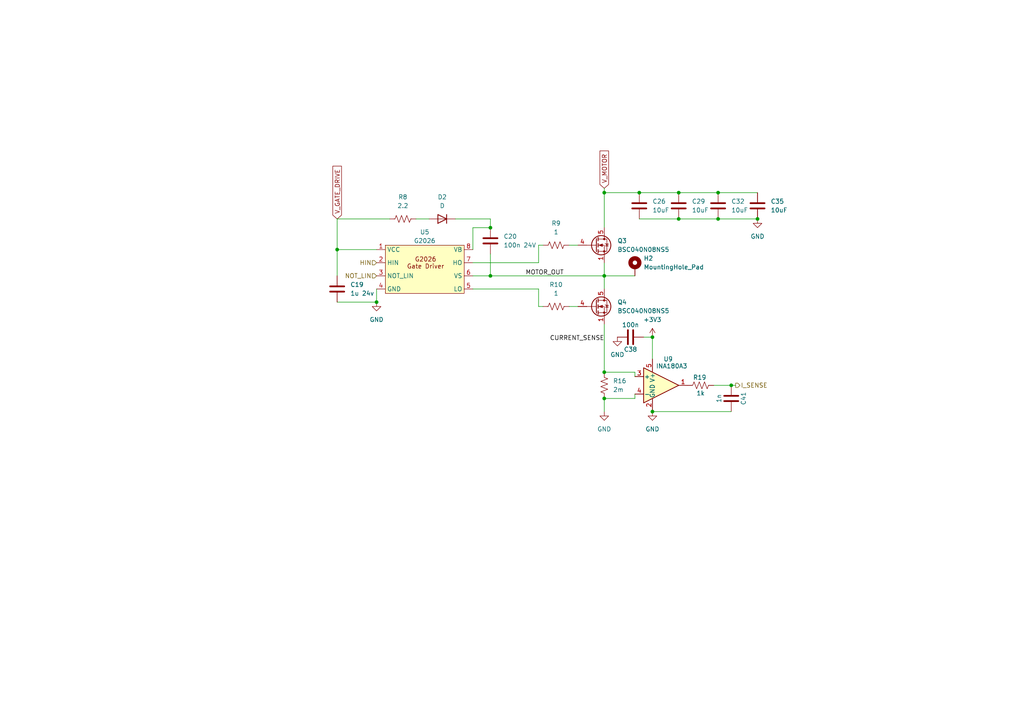
<source format=kicad_sch>
(kicad_sch (version 20250114) (generator "eeschema") (generator_version "9.0")
  (paper "A4")
  (lib_symbols
    (symbol "Amplifier_Current:INA180A3" (pin_names (offset 0.127))
      (property "Reference" "U" (at 3.81 3.81 0))
      (property "Value" "INA180A3" (at 3.81 -2.54 0))
      (symbol "INA180A3_0_1"
        (polyline (pts (xy 5.08 0) (xy -5.08 5.08) (xy -5.08 -5.08) (xy 5.08 0)) (stroke (width 0.254)) (fill (type background)))
      )
      (symbol "INA180A3_1_1"
        (pin input line (at -7.62 2.54 0) (length 2.54) (name "+") (number "3"))
        (pin input line (at -7.62 -2.54 0) (length 2.54) (name "-") (number "4"))
        (pin power_in line (at -2.54 7.62 270) (length 3.81) (name "V+") (number "5"))
        (pin power_in line (at -2.54 -7.62 90) (length 3.81) (name "GND") (number "2"))
        (pin output line (at 7.62 0 180) (length 2.54) (name "~") (number "1"))
      )
    )
    (symbol "Custom:G2026"
      (property "Reference" "U" (at -0.254 3.556 0))
      (symbol "G2026_1_1"
        (rectangle (start -11.43 5.08) (end 11.43 -8.89) (fill (type background)))
        (text "G2026\nGate Driver" (at 0.254 0 0) (effects (font (size 1.27 1.27))))
        (pin input line (at -13.97 3.81 0) (length 2.54) (name "VCC") (number "1"))
        (pin input line (at -13.97 0 0) (length 2.54) (name "HIN") (number "2"))
        (pin input line (at -13.97 -3.81 0) (length 2.54) (name "NOT_LIN") (number "3"))
        (pin input line (at -13.97 -7.62 0) (length 2.54) (name "GND") (number "4"))
        (pin input line (at 13.97 3.81 180) (length 2.54) (name "VB") (number "8"))
        (pin output line (at 13.97 0 180) (length 2.54) (name "HO") (number "7"))
        (pin input line (at 13.97 -3.81 180) (length 2.54) (name "VS") (number "6"))
        (pin output line (at 13.97 -7.62 180) (length 2.54) (name "LO") (number "5"))
      )
    )
    (symbol "Device:C" (pin_numbers (hide yes)) (pin_names (offset 0.254))
      (property "Reference" "C" (at 0.635 2.54 0))
      (property "Value" "C" (at 0.635 -2.54 0))
      (symbol "C_0_1"
        (polyline (pts (xy -2.032 0.762) (xy 2.032 0.762)) (stroke (width 0.508)))
        (polyline (pts (xy -2.032 -0.762) (xy 2.032 -0.762)) (stroke (width 0.508)))
      )
      (symbol "C_1_1"
        (pin passive line (at 0 3.81 270) (length 2.794) (name "~") (number "1"))
        (pin passive line (at 0 -3.81 90) (length 2.794) (name "~") (number "2"))
      )
    )
    (symbol "Device:D" (pin_numbers (hide yes)) (pin_names (offset 1.016) (hide yes))
      (property "Reference" "D" (at 0 2.54 0))
      (property "Value" "D" (at 0 -2.54 0))
      (symbol "D_0_1"
        (polyline (pts (xy -1.27 1.27) (xy -1.27 -1.27)) (stroke (width 0.254)))
        (polyline (pts (xy 1.27 1.27) (xy 1.27 -1.27) (xy -1.27 0) (xy 1.27 1.27)) (stroke (width 0.254)))
        (polyline (pts (xy 1.27 0) (xy -1.27 0)))
      )
      (symbol "D_1_1"
        (pin passive line (at -3.81 0 0) (length 2.54) (name "K") (number "1"))
        (pin passive line (at 3.81 0 180) (length 2.54) (name "A") (number "2"))
      )
    )
    (symbol "Device:R_US" (pin_numbers (hide yes)) (pin_names (offset 0))
      (property "Reference" "R" (at 2.54 0 90))
      (property "Value" "R_US" (at -2.54 0 90))
      (symbol "R_US_0_1"
        (polyline (pts (xy 0 2.286) (xy 0 2.54)))
        (polyline (pts (xy 0 2.286) (xy 1.016 1.905) (xy 0 1.524) (xy -1.016 1.143) (xy 0 0.762)))
        (polyline (pts (xy 0 0.762) (xy 1.016 0.381) (xy 0 0) (xy -1.016 -0.381) (xy 0 -0.762)))
        (polyline (pts (xy 0 -0.762) (xy 1.016 -1.143) (xy 0 -1.524) (xy -1.016 -1.905) (xy 0 -2.286)))
        (polyline (pts (xy 0 -2.286) (xy 0 -2.54)))
      )
      (symbol "R_US_1_1"
        (pin passive line (at 0 3.81 270) (length 1.27) (name "~") (number "1"))
        (pin passive line (at 0 -3.81 90) (length 1.27) (name "~") (number "2"))
      )
    )
    (symbol "Mechanical:MountingHole_Pad" (pin_numbers (hide yes)) (pin_names (offset 1.016) (hide yes)) (in_bom no)
      (property "Reference" "H" (at 0 6.35 0))
      (property "Value" "MountingHole_Pad" (at 0 4.445 0))
      (symbol "MountingHole_Pad_0_1"
        (circle (center 0 1.27) (radius 1.27) (stroke (width 1.27)))
      )
      (symbol "MountingHole_Pad_1_1"
        (pin input line (at 0 -2.54 90) (length 2.54) (name "1") (number "1"))
      )
    )
    (symbol "Transistor_FET:BSC040N08NS5" (pin_names (hide yes))
      (property "Reference" "Q" (at 5.08 1.905 0))
      (property "Value" "BSC040N08NS5" (at 5.08 0 0))
      (symbol "BSC040N08NS5_0_1"
        (polyline (pts (xy 0.254 1.905) (xy 0.254 -1.905)) (stroke (width 0.254)))
        (polyline (pts (xy 0.254 0) (xy -2.54 0)))
        (polyline (pts (xy 0.762 2.286) (xy 0.762 1.27)) (stroke (width 0.254)))
        (polyline (pts (xy 0.762 0.508) (xy 0.762 -0.508)) (stroke (width 0.254)))
        (polyline (pts (xy 0.762 -1.27) (xy 0.762 -2.286)) (stroke (width 0.254)))
        (polyline (pts (xy 0.762 -1.778) (xy 3.302 -1.778) (xy 3.302 1.778) (xy 0.762 1.778)))
        (polyline (pts (xy 1.016 0) (xy 2.032 0.381) (xy 2.032 -0.381) (xy 1.016 0)) (fill (type outline)))
        (circle (center 1.651 0) (radius 2.794) (stroke (width 0.254)))
        (polyline (pts (xy 2.54 2.54) (xy 2.54 1.778)))
        (circle (center 2.54 1.778) (radius 0.254) (fill (type outline)))
        (circle (center 2.54 -1.778) (radius 0.254) (fill (type outline)))
        (polyline (pts (xy 2.54 -2.54) (xy 2.54 0) (xy 0.762 0)))
        (polyline (pts (xy 2.794 0.508) (xy 2.921 0.381) (xy 3.683 0.381) (xy 3.81 0.254)))
        (polyline (pts (xy 3.302 0.381) (xy 2.921 -0.254) (xy 3.683 -0.254) (xy 3.302 0.381)))
      )
      (symbol "BSC040N08NS5_1_1"
        (pin passive line (at -5.08 0 0) (length 2.54) (name "G") (number "4"))
        (pin passive line (at 2.54 5.08 270) (length 2.54) (name "D") (number "5"))
        (pin passive line (at 2.54 -5.08 90) (length 2.54) (name "S") (number "1"))
        (pin passive line (at 2.54 -5.08 90) (length 2.54) (hide yes) (name "S") (number "2"))
        (pin passive line (at 2.54 -5.08 90) (length 2.54) (hide yes) (name "S") (number "3"))
      )
    )
    (symbol "power:+3V3" (power) (pin_numbers (hide yes)) (pin_names (offset 0) (hide yes))
      (property "Value" "+3V3" (at 0 3.556 0))
      (symbol "+3V3_0_1"
        (polyline (pts (xy -0.762 1.27) (xy 0 2.54)))
        (polyline (pts (xy 0 2.54) (xy 0.762 1.27)))
        (polyline (pts (xy 0 0) (xy 0 2.54)))
      )
      (symbol "+3V3_1_1"
        (pin power_in line (at 0 0 90) (length 0) (name "~") (number "1"))
      )
    )
    (symbol "power:GND" (power) (pin_numbers (hide yes)) (pin_names (offset 0) (hide yes))
      (property "Value" "GND" (at 0 -3.81 0))
      (symbol "GND_0_1"
        (polyline (pts (xy 0 0) (xy 0 -1.27) (xy 1.27 -1.27) (xy 0 -2.54) (xy -1.27 -1.27) (xy 0 -1.27)))
      )
      (symbol "GND_1_1"
        (pin power_in line (at 0 0 270) (length 0) (name "~") (number "1"))
      )
    )
  )
  (junction (at 219.71 63.5))
  (junction (at 208.28 55.88))
  (junction (at 97.79 72.39))
  (junction (at 109.22 87.63))
  (junction (at 175.26 107.95))
  (junction (at 196.85 55.88))
  (junction (at 185.42 55.88))
  (junction (at 175.26 55.88))
  (junction (at 142.24 80.01))
  (junction (at 142.24 66.04))
  (junction (at 175.26 80.01))
  (junction (at 212.09 111.76))
  (junction (at 175.26 115.57))
  (junction (at 208.28 63.5))
  (junction (at 189.23 119.38))
  (junction (at 189.23 97.79))
  (junction (at 196.85 63.5))
  (wire (pts (xy 184.15 107.95) (xy 184.15 109.22)))
  (wire (pts (xy 142.24 73.66) (xy 142.24 80.01)))
  (wire (pts (xy 175.26 55.88) (xy 185.42 55.88)))
  (wire (pts (xy 196.85 63.5) (xy 208.28 63.5)))
  (wire (pts (xy 185.42 55.88) (xy 196.85 55.88)))
  (wire (pts (xy 175.26 55.88) (xy 175.26 66.04)))
  (wire (pts (xy 142.24 80.01) (xy 175.26 80.01)))
  (wire (pts (xy 175.26 115.57) (xy 184.15 115.57)))
  (wire (pts (xy 137.16 80.01) (xy 142.24 80.01)))
  (wire (pts (xy 137.16 72.39) (xy 137.16 66.04)))
  (wire (pts (xy 97.79 87.63) (xy 109.22 87.63)))
  (wire (pts (xy 97.79 72.39) (xy 97.79 80.01)))
  (wire (pts (xy 189.23 97.79) (xy 189.23 104.14)))
  (wire (pts (xy 175.26 76.2) (xy 175.26 80.01)))
  (wire (pts (xy 207.01 111.76) (xy 212.09 111.76)))
  (wire (pts (xy 175.26 54.61) (xy 175.26 55.88)))
  (wire (pts (xy 156.21 88.9) (xy 157.48 88.9)))
  (wire (pts (xy 175.26 80.01) (xy 184.15 80.01)))
  (wire (pts (xy 175.26 107.95) (xy 184.15 107.95)))
  (wire (pts (xy 175.26 83.82) (xy 175.26 80.01)))
  (wire (pts (xy 109.22 83.82) (xy 109.22 87.63)))
  (wire (pts (xy 208.28 63.5) (xy 219.71 63.5)))
  (wire (pts (xy 97.79 63.5) (xy 97.79 72.39)))
  (wire (pts (xy 142.24 66.04) (xy 142.24 63.5)))
  (wire (pts (xy 120.65 63.5) (xy 124.46 63.5)))
  (wire (pts (xy 137.16 66.04) (xy 142.24 66.04)))
  (wire (pts (xy 212.09 111.76) (xy 213.36 111.76)))
  (wire (pts (xy 156.21 76.2) (xy 137.16 76.2)))
  (wire (pts (xy 196.85 55.88) (xy 208.28 55.88)))
  (wire (pts (xy 189.23 119.38) (xy 212.09 119.38)))
  (wire (pts (xy 185.42 63.5) (xy 196.85 63.5)))
  (wire (pts (xy 184.15 115.57) (xy 184.15 114.3)))
  (wire (pts (xy 175.26 115.57) (xy 175.26 119.38)))
  (wire (pts (xy 208.28 55.88) (xy 219.71 55.88)))
  (wire (pts (xy 175.26 93.98) (xy 175.26 107.95)))
  (wire (pts (xy 137.16 83.82) (xy 156.21 83.82)))
  (wire (pts (xy 156.21 71.12) (xy 157.48 71.12)))
  (wire (pts (xy 165.1 88.9) (xy 167.64 88.9)))
  (wire (pts (xy 165.1 71.12) (xy 167.64 71.12)))
  (wire (pts (xy 156.21 88.9) (xy 156.21 83.82)))
  (wire (pts (xy 186.69 97.79) (xy 189.23 97.79)))
  (wire (pts (xy 97.79 63.5) (xy 113.03 63.5)))
  (wire (pts (xy 97.79 72.39) (xy 109.22 72.39)))
  (wire (pts (xy 156.21 71.12) (xy 156.21 76.2)))
  (wire (pts (xy 142.24 63.5) (xy 132.08 63.5)))
  (label "MOTOR_OUT" (at 152.4 80.01 0))
  (label "CURRENT_SENSE" (at 175.26 99.06 180))
  (global_label "V_GATE_DRIVE" (shape input) (at 97.79 63.5 90) (property "Intersheetrefs" "${INTERSHEET_REFS}" (effects (hide yes))))
  (global_label "V_MOTOR" (shape input) (at 175.26 54.61 90) (property "Intersheetrefs" "${INTERSHEET_REFS}" (effects (hide yes))))
  (hierarchical_label "NOT_LIN" (shape input) (at 109.22 80.01 180))
  (hierarchical_label "HIN" (shape input) (at 109.22 76.2 180))
  (hierarchical_label "I_SENSE" (shape output) (at 213.36 111.76 0))
  (symbol (lib_id "Device:R_US") (at 175.26 111.76 0) (unit 1)
    (property "Reference" "R15" (at 177.8 110.4899 0) (effects (justify left)))
    (property "Value" "2m" (at 177.8 113.0299 0) (effects (justify left)))
    (property "Footprint" "Resistor_SMD:R_1206_3216Metric" (effects (hide yes)))
    (property "Description" "Resistor, US symbol" (effects (hide yes)))
    (instances (project "" (path "" (reference "R16") (unit 1)) (path "" (reference "R17") (unit 1)) (path "" (reference "R15") (unit 1))))
  )
  (symbol (lib_id "power:GND") (at 189.23 119.38 0) (unit 1)
    (property "Reference" "#PWR038" (effects (hide yes)))
    (property "Value" "GND" (at 189.23 124.46 0))
    (property "Description" "Power symbol creates a global label with name \"GND\" , ground" (effects (hide yes)))
    (instances (project "MotorDriver" (path "" (reference "#PWR039") (unit 1)) (path "" (reference "#PWR040") (unit 1)) (path "" (reference "#PWR038") (unit 1))))
  )
  (symbol (lib_id "Device:C") (at 185.42 59.69 0) (unit 1)
    (property "Reference" "C25" (at 189.23 58.4199 0) (effects (justify left)))
    (property "Value" "10uF" (at 189.23 60.9599 0) (effects (justify left)))
    (property "Footprint" "Capacitor_SMD:C_1206_3216Metric" (effects (hide yes)))
    (property "Description" "Unpolarized capacitor" (effects (hide yes)))
    (instances (project "" (path "" (reference "C26") (unit 1)) (path "" (reference "C27") (unit 1)) (path "" (reference "C25") (unit 1))))
  )
  (symbol (lib_id "power:+3V3") (at 189.23 97.79 0) (unit 1)
    (property "Reference" "#PWR035" (effects (hide yes)))
    (property "Value" "+3V3" (at 189.23 92.71 0))
    (property "Description" "Power symbol creates a global label with name \"+3V3\"" (effects (hide yes)))
    (instances (project "MotorDriver" (path "" (reference "#PWR036") (unit 1)) (path "" (reference "#PWR037") (unit 1)) (path "" (reference "#PWR035") (unit 1))))
  )
  (symbol (lib_id "power:GND") (at 175.26 119.38 0) (unit 1)
    (property "Reference" "#PWR01" (effects (hide yes)))
    (property "Value" "GND" (at 175.26 124.46 0))
    (property "Description" "Power symbol creates a global label with name \"GND\" , ground" (effects (hide yes)))
    (instances (project "MotorDriver" (path "" (reference "#PWR023") (unit 1)) (path "" (reference "#PWR025") (unit 1)) (path "" (reference "#PWR01") (unit 1))))
  )
  (symbol (lib_id "Device:R_US") (at 116.84 63.5 90) (unit 1)
    (property "Reference" "R3" (at 116.84 57.15 90))
    (property "Value" "2.2" (at 116.84 59.69 90))
    (property "Footprint" "Resistor_SMD:R_0402_1005Metric" (effects (hide yes)))
    (property "Description" "Resistor, US symbol" (effects (hide yes)))
    (instances (project "MotorDriver" (path "" (reference "R8") (unit 1)) (path "" (reference "R11") (unit 1)) (path "" (reference "R3") (unit 1))))
  )
  (symbol (lib_id "Device:C") (at 182.88 97.79 90) (unit 1)
    (property "Reference" "C37" (at 182.88 101.346 90))
    (property "Value" "100n" (at 182.88 94.234 90))
    (property "Footprint" "Capacitor_SMD:C_0402_1005Metric" (effects (hide yes)))
    (property "Description" "Unpolarized capacitor" (effects (hide yes)))
    (instances (project "MotorDriver" (path "" (reference "C38") (unit 1)) (path "" (reference "C39") (unit 1)) (path "" (reference "C37") (unit 1))))
  )
  (symbol (lib_id "power:GND") (at 179.07 97.79 0) (unit 1)
    (property "Reference" "#PWR032" (effects (hide yes)))
    (property "Value" "GND" (at 179.07 102.87 0))
    (property "Description" "Power symbol creates a global label with name \"GND\" , ground" (effects (hide yes)))
    (instances (project "MotorDriver" (path "" (reference "#PWR033") (unit 1)) (path "" (reference "#PWR034") (unit 1)) (path "" (reference "#PWR032") (unit 1))))
  )
  (symbol (lib_id "Device:R_US") (at 161.29 71.12 90) (unit 1)
    (property "Reference" "R1" (at 161.29 64.77 90))
    (property "Value" "1" (at 161.29 67.31 90))
    (property "Footprint" "Resistor_SMD:R_0402_1005Metric" (effects (hide yes)))
    (property "Description" "Resistor, US symbol" (effects (hide yes)))
    (instances (project "MotorDriver" (path "" (reference "R9") (unit 1)) (path "" (reference "R12") (unit 1)) (path "" (reference "R1") (unit 1))))
  )
  (symbol (lib_id "Device:R_US") (at 161.29 88.9 90) (unit 1)
    (property "Reference" "R2" (at 161.29 82.55 90))
    (property "Value" "1" (at 161.29 85.09 90))
    (property "Footprint" "Resistor_SMD:R_0402_1005Metric" (effects (hide yes)))
    (property "Description" "Resistor, US symbol" (effects (hide yes)))
    (instances (project "MotorDriver" (path "" (reference "R10") (unit 1)) (path "" (reference "R13") (unit 1)) (path "" (reference "R2") (unit 1))))
  )
  (symbol (lib_id "Custom:G2026") (at 123.19 76.2 0) (unit 1)
    (property "Reference" "U1" (at 123.19 67.31 0))
    (property "Value" "G2026" (at 123.19 69.85 0))
    (property "Footprint" "Package_SO:SOIC-8_3.9x4.9mm_P1.27mm" (effects (hide yes)))
    (property "Datasheet" "https://www.lcsc.com/datasheet/C46473161.pdf" (effects (hide yes)))
    (instances (project "MotorDriver" (path "" (reference "U5") (unit 1)) (path "" (reference "U6") (unit 1)) (path "" (reference "U1") (unit 1))))
  )
  (symbol (lib_id "Device:C") (at 196.85 59.69 0) (unit 1)
    (property "Reference" "C28" (at 200.66 58.4199 0) (effects (justify left)))
    (property "Value" "10uF" (at 200.66 60.9599 0) (effects (justify left)))
    (property "Footprint" "Capacitor_SMD:C_1206_3216Metric" (effects (hide yes)))
    (property "Description" "Unpolarized capacitor" (effects (hide yes)))
    (instances (project "MotorDriver" (path "" (reference "C29") (unit 1)) (path "" (reference "C30") (unit 1)) (path "" (reference "C28") (unit 1))))
  )
  (symbol (lib_id "Device:C") (at 212.09 115.57 180) (unit 1)
    (property "Reference" "C40" (at 215.646 115.57 90))
    (property "Value" "1n" (at 208.534 115.57 90))
    (property "Footprint" "Capacitor_SMD:C_0402_1005Metric" (effects (hide yes)))
    (property "Description" "Unpolarized capacitor" (effects (hide yes)))
    (instances (project "MotorDriver" (path "" (reference "C41") (unit 1)) (path "" (reference "C42") (unit 1)) (path "" (reference "C40") (unit 1))))
  )
  (symbol (lib_id "Mechanical:MountingHole_Pad") (at 184.15 77.47 0) (unit 1) (in_bom no)
    (property "Reference" "H1" (at 186.69 74.9299 0) (effects (justify left)))
    (property "Value" "MountingHole_Pad" (at 186.69 77.4699 0) (effects (justify left)))
    (property "Footprint" "MountingHole:MountingHole_5.3mm_M5_Pad_Via" (effects (hide yes)))
    (property "Description" "Mounting Hole with connection" (effects (hide yes)))
    (instances (project "" (path "" (reference "H2") (unit 1)) (path "" (reference "H3") (unit 1)) (path "" (reference "H1") (unit 1))))
  )
  (symbol (lib_id "Transistor_FET:BSC040N08NS5") (at 172.72 71.12 0) (unit 1)
    (property "Reference" "Q1" (at 179.07 69.8499 0) (effects (justify left)))
    (property "Value" "BSC040N08NS5" (at 179.07 72.3899 0) (effects (justify left)))
    (property "Footprint" "Package_TO_SOT_SMD:TDSON-8-1" (effects (hide yes)))
    (property "Datasheet" "http://www.infineon.com/dgdl/Infineon-BSC040N08NS5-DS-v02_00-EN.pdf?fileId=5546d4624ad04ef9014ae3065a7e2a05" (effects (hide yes)))
    (property "Description" "100A Id, 80V Vds, OptiMOS N-Channel Power MOSFET, 4.0mOhm Ron, Qg (typ) 43.0nC, PG-TDSON-8" (effects (hide yes)))
    (instances (project "MotorDriver" (path "" (reference "Q3") (unit 1)) (path "" (reference "Q5") (unit 1)) (path "" (reference "Q1") (unit 1))))
  )
  (symbol (lib_id "Device:C") (at 208.28 59.69 0) (unit 1)
    (property "Reference" "C31" (at 212.09 58.4199 0) (effects (justify left)))
    (property "Value" "10uF" (at 212.09 60.9599 0) (effects (justify left)))
    (property "Footprint" "Capacitor_SMD:C_1206_3216Metric" (effects (hide yes)))
    (property "Description" "Unpolarized capacitor" (effects (hide yes)))
    (instances (project "MotorDriver" (path "" (reference "C32") (unit 1)) (path "" (reference "C33") (unit 1)) (path "" (reference "C31") (unit 1))))
  )
  (symbol (lib_id "Device:C") (at 142.24 69.85 0) (unit 1)
    (property "Reference" "C1" (at 146.05 68.5799 0) (effects (justify left)))
    (property "Value" "100n 24V" (at 146.05 71.1199 0) (effects (justify left)))
    (property "Footprint" "Capacitor_SMD:C_0402_1005Metric" (effects (hide yes)))
    (property "Description" "Unpolarized capacitor" (effects (hide yes)))
    (instances (project "MotorDriver" (path "" (reference "C20") (unit 1)) (path "" (reference "C22") (unit 1)) (path "" (reference "C1") (unit 1))))
  )
  (symbol (lib_id "Device:C") (at 219.71 59.69 0) (unit 1)
    (property "Reference" "C34" (at 223.52 58.4199 0) (effects (justify left)))
    (property "Value" "10uF" (at 223.52 60.9599 0) (effects (justify left)))
    (property "Footprint" "Capacitor_SMD:C_1206_3216Metric" (effects (hide yes)))
    (property "Description" "Unpolarized capacitor" (effects (hide yes)))
    (instances (project "MotorDriver" (path "" (reference "C35") (unit 1)) (path "" (reference "C36") (unit 1)) (path "" (reference "C34") (unit 1))))
  )
  (symbol (lib_id "Device:D") (at 128.27 63.5 180) (unit 1)
    (property "Reference" "D1" (at 128.27 57.15 0))
    (property "Value" "D" (at 128.27 59.69 0))
    (property "Footprint" "Diode_SMD:D_SOD-123F" (effects (hide yes)))
    (property "Datasheet" "https://www.lcsc.com/datasheet/C3008061.pdf" (effects (hide yes)))
    (property "Description" "Diode" (effects (hide yes)))
    (property "Sim.Device" "D" (effects (hide yes)))
    (property "Sim.Pins" "1=K 2=A" (effects (hide yes)))
    (instances (project "MotorDriver" (path "" (reference "D2") (unit 1)) (path "" (reference "D3") (unit 1)) (path "" (reference "D1") (unit 1))))
  )
  (symbol (lib_id "power:GND") (at 109.22 87.63 0) (unit 1)
    (property "Reference" "#PWR02" (effects (hide yes)))
    (property "Value" "GND" (at 109.22 92.71 0))
    (property "Description" "Power symbol creates a global label with name \"GND\" , ground" (effects (hide yes)))
    (instances (project "MotorDriver" (path "" (reference "#PWR022") (unit 1)) (path "" (reference "#PWR024") (unit 1)) (path "" (reference "#PWR02") (unit 1))))
  )
  (symbol (lib_id "Amplifier_Current:INA180A3") (at 191.77 111.76 0) (unit 1)
    (property "Reference" "U8" (at 193.802 104.14 0))
    (property "Value" "INA180A3" (at 194.818 106.172 0))
    (property "Footprint" "Package_TO_SOT_SMD:SOT-23-5" (effects (hide yes)))
    (property "Datasheet" "http://www.ti.com/lit/ds/symlink/ina180.pdf" (effects (hide yes)))
    (property "Description" "Current Sense Amplifier, 1 Circuit, Rail-to-Rail, 26V, Gain 100 V/V, SOT-23-5" (effects (hide yes)))
    (instances (project "" (path "" (reference "U9") (unit 1)) (path "" (reference "U10") (unit 1)) (path "" (reference "U8") (unit 1))))
  )
  (symbol (lib_id "Transistor_FET:BSC040N08NS5") (at 172.72 88.9 0) (unit 1)
    (property "Reference" "Q2" (at 179.07 87.6299 0) (effects (justify left)))
    (property "Value" "BSC040N08NS5" (at 179.07 90.1699 0) (effects (justify left)))
    (property "Footprint" "Package_TO_SOT_SMD:TDSON-8-1" (effects (hide yes)))
    (property "Datasheet" "http://www.infineon.com/dgdl/Infineon-BSC040N08NS5-DS-v02_00-EN.pdf?fileId=5546d4624ad04ef9014ae3065a7e2a05" (effects (hide yes)))
    (property "Description" "100A Id, 80V Vds, OptiMOS N-Channel Power MOSFET, 4.0mOhm Ron, Qg (typ) 43.0nC, PG-TDSON-8" (effects (hide yes)))
    (instances (project "MotorDriver" (path "" (reference "Q4") (unit 1)) (path "" (reference "Q6") (unit 1)) (path "" (reference "Q2") (unit 1))))
  )
  (symbol (lib_id "power:GND") (at 219.71 63.5 0) (unit 1)
    (property "Reference" "#PWR029" (effects (hide yes)))
    (property "Value" "GND" (at 219.71 68.58 0))
    (property "Description" "Power symbol creates a global label with name \"GND\" , ground" (effects (hide yes)))
    (instances (project "MotorDriver" (path "" (reference "#PWR030") (unit 1)) (path "" (reference "#PWR031") (unit 1)) (path "" (reference "#PWR029") (unit 1))))
  )
  (symbol (lib_id "Device:C") (at 97.79 83.82 0) (unit 1)
    (property "Reference" "C2" (at 101.6 82.5499 0) (effects (justify left)))
    (property "Value" "1u 24v" (at 101.6 85.0899 0) (effects (justify left)))
    (property "Footprint" "Capacitor_SMD:C_0402_1005Metric" (effects (hide yes)))
    (property "Description" "Unpolarized capacitor" (effects (hide yes)))
    (instances (project "MotorDriver" (path "" (reference "C19") (unit 1)) (path "" (reference "C21") (unit 1)) (path "" (reference "C2") (unit 1))))
  )
  (symbol (lib_id "Device:R_US") (at 203.2 111.76 90) (unit 1)
    (property "Reference" "R18" (at 202.946 109.474 90))
    (property "Value" "1k" (at 203.2 114.046 90))
    (property "Footprint" "Resistor_SMD:R_0402_1005Metric" (effects (hide yes)))
    (property "Description" "Resistor, US symbol" (effects (hide yes)))
    (instances (project "MotorDriver" (path "" (reference "R19") (unit 1)) (path "" (reference "R20") (unit 1)) (path "" (reference "R18") (unit 1))))
  )
)
</source>
